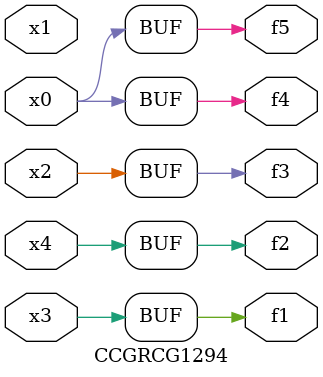
<source format=v>
module CCGRCG1294(
	input x0, x1, x2, x3, x4,
	output f1, f2, f3, f4, f5
);
	assign f1 = x3;
	assign f2 = x4;
	assign f3 = x2;
	assign f4 = x0;
	assign f5 = x0;
endmodule

</source>
